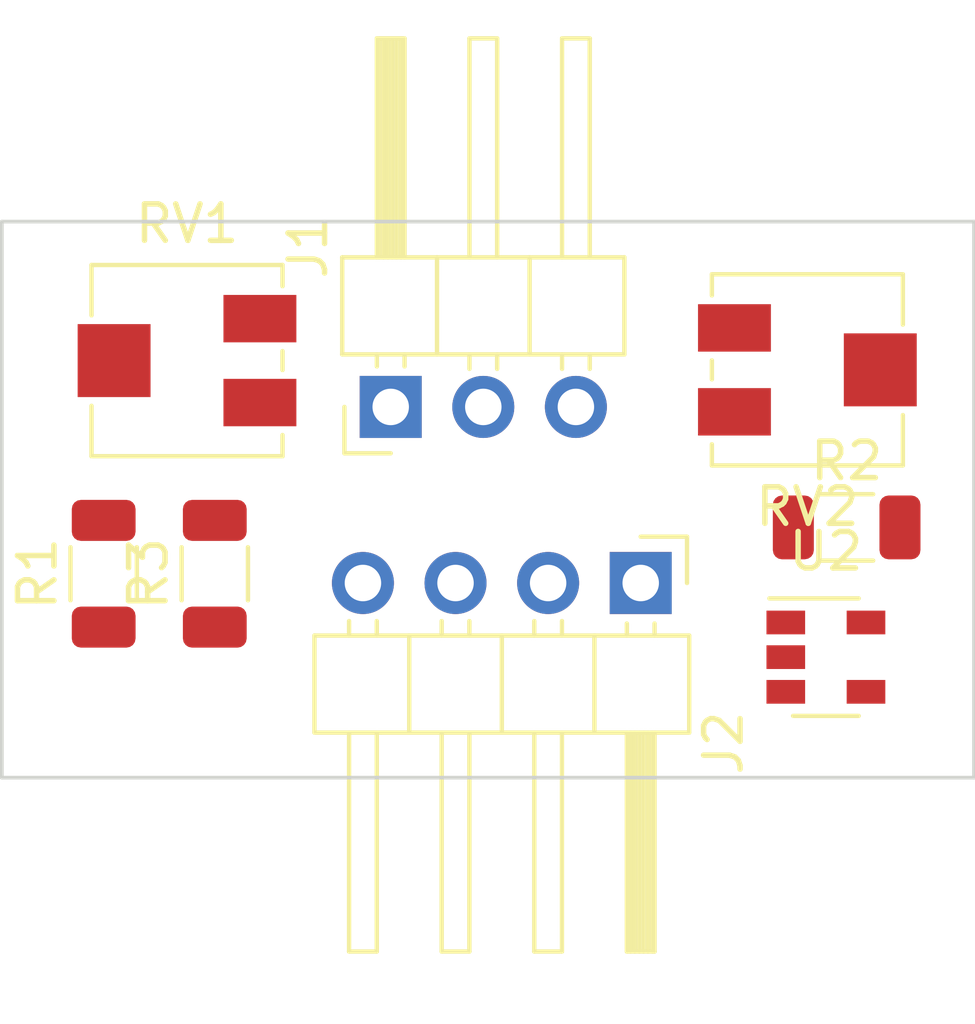
<source format=kicad_pcb>
(kicad_pcb (version 20171130) (host pcbnew "(5.1.8)-1")

  (general
    (thickness 1.6)
    (drawings 4)
    (tracks 0)
    (zones 0)
    (modules 8)
    (nets 11)
  )

  (page A4)
  (layers
    (0 F.Cu signal)
    (31 B.Cu signal)
    (32 B.Adhes user)
    (33 F.Adhes user)
    (34 B.Paste user)
    (35 F.Paste user)
    (36 B.SilkS user)
    (37 F.SilkS user)
    (38 B.Mask user)
    (39 F.Mask user)
    (40 Dwgs.User user)
    (41 Cmts.User user)
    (42 Eco1.User user)
    (43 Eco2.User user)
    (44 Edge.Cuts user)
    (45 Margin user)
    (46 B.CrtYd user)
    (47 F.CrtYd user)
    (48 B.Fab user)
    (49 F.Fab user)
  )

  (setup
    (last_trace_width 0.25)
    (trace_clearance 0.2)
    (zone_clearance 0.508)
    (zone_45_only no)
    (trace_min 0.2)
    (via_size 0.8)
    (via_drill 0.4)
    (via_min_size 0.4)
    (via_min_drill 0.3)
    (uvia_size 0.3)
    (uvia_drill 0.1)
    (uvias_allowed no)
    (uvia_min_size 0.2)
    (uvia_min_drill 0.1)
    (edge_width 0.05)
    (segment_width 0.2)
    (pcb_text_width 0.3)
    (pcb_text_size 1.5 1.5)
    (mod_edge_width 0.12)
    (mod_text_size 1 1)
    (mod_text_width 0.15)
    (pad_size 1.524 1.524)
    (pad_drill 0.762)
    (pad_to_mask_clearance 0)
    (aux_axis_origin 0 0)
    (visible_elements FFFFFF7F)
    (pcbplotparams
      (layerselection 0x010fc_ffffffff)
      (usegerberextensions false)
      (usegerberattributes true)
      (usegerberadvancedattributes true)
      (creategerberjobfile true)
      (excludeedgelayer true)
      (linewidth 0.100000)
      (plotframeref false)
      (viasonmask false)
      (mode 1)
      (useauxorigin false)
      (hpglpennumber 1)
      (hpglpenspeed 20)
      (hpglpendiameter 15.000000)
      (psnegative false)
      (psa4output false)
      (plotreference true)
      (plotvalue true)
      (plotinvisibletext false)
      (padsonsilk false)
      (subtractmaskfromsilk false)
      (outputformat 1)
      (mirror false)
      (drillshape 1)
      (scaleselection 1)
      (outputdirectory ""))
  )

  (net 0 "")
  (net 1 +3V3)
  (net 2 "Net-(J1-Pad2)")
  (net 3 "Net-(R1-Pad1)")
  (net 4 "Net-(R2-Pad1)")
  (net 5 "Net-(R3-Pad2)")
  (net 6 "Net-(RV1-Pad3)")
  (net 7 "Net-(RV2-Pad3)")
  (net 8 Ln)
  (net 9 Lp)
  (net 10 Tc)

  (net_class Default "This is the default net class."
    (clearance 0.2)
    (trace_width 0.25)
    (via_dia 0.8)
    (via_drill 0.4)
    (uvia_dia 0.3)
    (uvia_drill 0.1)
    (add_net +3V3)
    (add_net Ln)
    (add_net Lp)
    (add_net "Net-(J1-Pad2)")
    (add_net "Net-(R1-Pad1)")
    (add_net "Net-(R2-Pad1)")
    (add_net "Net-(R3-Pad2)")
    (add_net "Net-(RV1-Pad3)")
    (add_net "Net-(RV2-Pad3)")
    (add_net Tc)
  )

  (module Package_TO_SOT_SMD:SOT-23-5 (layer F.Cu) (tedit 5A02FF57) (tstamp 5FD81191)
    (at 140.716 71.628)
    (descr "5-pin SOT23 package")
    (tags SOT-23-5)
    (path /5FD5FAD1)
    (attr smd)
    (fp_text reference U2 (at 0 -2.9) (layer F.SilkS)
      (effects (font (size 1 1) (thickness 0.15)))
    )
    (fp_text value LM321 (at 0 2.9) (layer F.Fab)
      (effects (font (size 1 1) (thickness 0.15)))
    )
    (fp_text user %R (at 0 0 90) (layer F.Fab)
      (effects (font (size 0.5 0.5) (thickness 0.075)))
    )
    (fp_line (start -0.9 1.61) (end 0.9 1.61) (layer F.SilkS) (width 0.12))
    (fp_line (start 0.9 -1.61) (end -1.55 -1.61) (layer F.SilkS) (width 0.12))
    (fp_line (start -1.9 -1.8) (end 1.9 -1.8) (layer F.CrtYd) (width 0.05))
    (fp_line (start 1.9 -1.8) (end 1.9 1.8) (layer F.CrtYd) (width 0.05))
    (fp_line (start 1.9 1.8) (end -1.9 1.8) (layer F.CrtYd) (width 0.05))
    (fp_line (start -1.9 1.8) (end -1.9 -1.8) (layer F.CrtYd) (width 0.05))
    (fp_line (start -0.9 -0.9) (end -0.25 -1.55) (layer F.Fab) (width 0.1))
    (fp_line (start 0.9 -1.55) (end -0.25 -1.55) (layer F.Fab) (width 0.1))
    (fp_line (start -0.9 -0.9) (end -0.9 1.55) (layer F.Fab) (width 0.1))
    (fp_line (start 0.9 1.55) (end -0.9 1.55) (layer F.Fab) (width 0.1))
    (fp_line (start 0.9 -1.55) (end 0.9 1.55) (layer F.Fab) (width 0.1))
    (pad 5 smd rect (at 1.1 -0.95) (size 1.06 0.65) (layers F.Cu F.Paste F.Mask)
      (net 1 +3V3))
    (pad 4 smd rect (at 1.1 0.95) (size 1.06 0.65) (layers F.Cu F.Paste F.Mask)
      (net 5 "Net-(R3-Pad2)"))
    (pad 3 smd rect (at -1.1 0.95) (size 1.06 0.65) (layers F.Cu F.Paste F.Mask)
      (net 5 "Net-(R3-Pad2)"))
    (pad 2 smd rect (at -1.1 0) (size 1.06 0.65) (layers F.Cu F.Paste F.Mask)
      (net 8 Ln))
    (pad 1 smd rect (at -1.1 -0.95) (size 1.06 0.65) (layers F.Cu F.Paste F.Mask)
      (net 10 Tc))
    (model ${KISYS3DMOD}/Package_TO_SOT_SMD.3dshapes/SOT-23-5.wrl
      (at (xyz 0 0 0))
      (scale (xyz 1 1 1))
      (rotate (xyz 0 0 0))
    )
  )

  (module Potentiometer_SMD:Potentiometer_Vishay_TS53YJ_Vertical (layer F.Cu) (tedit 5A3D7171) (tstamp 5FD8117C)
    (at 140.208 63.754 180)
    (descr "Potentiometer, vertical, Vishay TS53YJ, https://www.vishay.com/docs/51008/ts53.pdf")
    (tags "Potentiometer vertical Vishay TS53YJ")
    (path /5FD5B32D)
    (attr smd)
    (fp_text reference RV2 (at 0 -3.75) (layer F.SilkS)
      (effects (font (size 1 1) (thickness 0.15)))
    )
    (fp_text value 20k (at 0 3.75) (layer F.Fab)
      (effects (font (size 1 1) (thickness 0.15)))
    )
    (fp_text user %R (at 0 -2) (layer F.Fab)
      (effects (font (size 0.68 0.68) (thickness 0.15)))
    )
    (fp_circle (center 0 0) (end 1.15 0) (layer F.Fab) (width 0.1))
    (fp_line (start -2.5 -2.5) (end -2.5 2.5) (layer F.Fab) (width 0.1))
    (fp_line (start -2.5 2.5) (end 2.5 2.5) (layer F.Fab) (width 0.1))
    (fp_line (start 2.5 2.5) (end 2.5 -2.5) (layer F.Fab) (width 0.1))
    (fp_line (start 2.5 -2.5) (end -2.5 -2.5) (layer F.Fab) (width 0.1))
    (fp_line (start -0.92 -0.058) (end -0.058 -0.058) (layer F.Fab) (width 0.1))
    (fp_line (start -0.058 -0.058) (end -0.058 -0.92) (layer F.Fab) (width 0.1))
    (fp_line (start -0.058 -0.92) (end 0.058 -0.92) (layer F.Fab) (width 0.1))
    (fp_line (start 0.058 -0.92) (end 0.058 -0.058) (layer F.Fab) (width 0.1))
    (fp_line (start 0.058 -0.058) (end 0.92 -0.058) (layer F.Fab) (width 0.1))
    (fp_line (start 0.92 -0.058) (end 0.92 0.058) (layer F.Fab) (width 0.1))
    (fp_line (start 0.92 0.058) (end 0.058 0.058) (layer F.Fab) (width 0.1))
    (fp_line (start 0.058 0.058) (end 0.058 0.92) (layer F.Fab) (width 0.1))
    (fp_line (start 0.058 0.92) (end -0.058 0.92) (layer F.Fab) (width 0.1))
    (fp_line (start -0.058 0.92) (end -0.058 0.058) (layer F.Fab) (width 0.1))
    (fp_line (start -0.058 0.058) (end -0.92 0.058) (layer F.Fab) (width 0.1))
    (fp_line (start -0.92 0.058) (end -0.92 -0.058) (layer F.Fab) (width 0.1))
    (fp_line (start -2.62 -2.62) (end 2.62 -2.62) (layer F.SilkS) (width 0.12))
    (fp_line (start -2.62 2.62) (end 2.62 2.62) (layer F.SilkS) (width 0.12))
    (fp_line (start -2.62 -2.62) (end -2.62 -1.24) (layer F.SilkS) (width 0.12))
    (fp_line (start -2.62 1.24) (end -2.62 2.62) (layer F.SilkS) (width 0.12))
    (fp_line (start 2.62 -2.62) (end 2.62 -2.039) (layer F.SilkS) (width 0.12))
    (fp_line (start 2.62 -0.26) (end 2.62 0.26) (layer F.SilkS) (width 0.12))
    (fp_line (start 2.62 2.04) (end 2.62 2.62) (layer F.SilkS) (width 0.12))
    (fp_line (start -3.25 -2.75) (end -3.25 2.75) (layer F.CrtYd) (width 0.05))
    (fp_line (start -3.25 2.75) (end 3.25 2.75) (layer F.CrtYd) (width 0.05))
    (fp_line (start 3.25 2.75) (end 3.25 -2.75) (layer F.CrtYd) (width 0.05))
    (fp_line (start 3.25 -2.75) (end -3.25 -2.75) (layer F.CrtYd) (width 0.05))
    (pad 3 smd rect (at 2 1.15 180) (size 2 1.3) (layers F.Cu F.Paste F.Mask)
      (net 7 "Net-(RV2-Pad3)"))
    (pad 2 smd rect (at -2 0 180) (size 2 2) (layers F.Cu F.Paste F.Mask)
      (net 4 "Net-(R2-Pad1)"))
    (pad 1 smd rect (at 2 -1.15 180) (size 2 1.3) (layers F.Cu F.Paste F.Mask)
      (net 1 +3V3))
    (model ${KISYS3DMOD}/Potentiometer_SMD.3dshapes/Potentiometer_Vishay_TS53YJ_Vertical.wrl
      (at (xyz 0 0 0))
      (scale (xyz 1 1 1))
      (rotate (xyz 0 0 0))
    )
  )

  (module Potentiometer_SMD:Potentiometer_Vishay_TS53YJ_Vertical (layer F.Cu) (tedit 5A3D7171) (tstamp 5FD81158)
    (at 123.19 63.5)
    (descr "Potentiometer, vertical, Vishay TS53YJ, https://www.vishay.com/docs/51008/ts53.pdf")
    (tags "Potentiometer vertical Vishay TS53YJ")
    (path /5FD580C8)
    (attr smd)
    (fp_text reference RV1 (at 0 -3.75) (layer F.SilkS)
      (effects (font (size 1 1) (thickness 0.15)))
    )
    (fp_text value 1k (at 0 3.75) (layer F.Fab)
      (effects (font (size 1 1) (thickness 0.15)))
    )
    (fp_text user %R (at 0 -2) (layer F.Fab)
      (effects (font (size 0.68 0.68) (thickness 0.15)))
    )
    (fp_circle (center 0 0) (end 1.15 0) (layer F.Fab) (width 0.1))
    (fp_line (start -2.5 -2.5) (end -2.5 2.5) (layer F.Fab) (width 0.1))
    (fp_line (start -2.5 2.5) (end 2.5 2.5) (layer F.Fab) (width 0.1))
    (fp_line (start 2.5 2.5) (end 2.5 -2.5) (layer F.Fab) (width 0.1))
    (fp_line (start 2.5 -2.5) (end -2.5 -2.5) (layer F.Fab) (width 0.1))
    (fp_line (start -0.92 -0.058) (end -0.058 -0.058) (layer F.Fab) (width 0.1))
    (fp_line (start -0.058 -0.058) (end -0.058 -0.92) (layer F.Fab) (width 0.1))
    (fp_line (start -0.058 -0.92) (end 0.058 -0.92) (layer F.Fab) (width 0.1))
    (fp_line (start 0.058 -0.92) (end 0.058 -0.058) (layer F.Fab) (width 0.1))
    (fp_line (start 0.058 -0.058) (end 0.92 -0.058) (layer F.Fab) (width 0.1))
    (fp_line (start 0.92 -0.058) (end 0.92 0.058) (layer F.Fab) (width 0.1))
    (fp_line (start 0.92 0.058) (end 0.058 0.058) (layer F.Fab) (width 0.1))
    (fp_line (start 0.058 0.058) (end 0.058 0.92) (layer F.Fab) (width 0.1))
    (fp_line (start 0.058 0.92) (end -0.058 0.92) (layer F.Fab) (width 0.1))
    (fp_line (start -0.058 0.92) (end -0.058 0.058) (layer F.Fab) (width 0.1))
    (fp_line (start -0.058 0.058) (end -0.92 0.058) (layer F.Fab) (width 0.1))
    (fp_line (start -0.92 0.058) (end -0.92 -0.058) (layer F.Fab) (width 0.1))
    (fp_line (start -2.62 -2.62) (end 2.62 -2.62) (layer F.SilkS) (width 0.12))
    (fp_line (start -2.62 2.62) (end 2.62 2.62) (layer F.SilkS) (width 0.12))
    (fp_line (start -2.62 -2.62) (end -2.62 -1.24) (layer F.SilkS) (width 0.12))
    (fp_line (start -2.62 1.24) (end -2.62 2.62) (layer F.SilkS) (width 0.12))
    (fp_line (start 2.62 -2.62) (end 2.62 -2.039) (layer F.SilkS) (width 0.12))
    (fp_line (start 2.62 -0.26) (end 2.62 0.26) (layer F.SilkS) (width 0.12))
    (fp_line (start 2.62 2.04) (end 2.62 2.62) (layer F.SilkS) (width 0.12))
    (fp_line (start -3.25 -2.75) (end -3.25 2.75) (layer F.CrtYd) (width 0.05))
    (fp_line (start -3.25 2.75) (end 3.25 2.75) (layer F.CrtYd) (width 0.05))
    (fp_line (start 3.25 2.75) (end 3.25 -2.75) (layer F.CrtYd) (width 0.05))
    (fp_line (start 3.25 -2.75) (end -3.25 -2.75) (layer F.CrtYd) (width 0.05))
    (pad 3 smd rect (at 2 1.15) (size 2 1.3) (layers F.Cu F.Paste F.Mask)
      (net 6 "Net-(RV1-Pad3)"))
    (pad 2 smd rect (at -2 0) (size 2 2) (layers F.Cu F.Paste F.Mask)
      (net 3 "Net-(R1-Pad1)"))
    (pad 1 smd rect (at 2 -1.15) (size 2 1.3) (layers F.Cu F.Paste F.Mask)
      (net 1 +3V3))
    (model ${KISYS3DMOD}/Potentiometer_SMD.3dshapes/Potentiometer_Vishay_TS53YJ_Vertical.wrl
      (at (xyz 0 0 0))
      (scale (xyz 1 1 1))
      (rotate (xyz 0 0 0))
    )
  )

  (module Resistor_SMD:R_1206_3216Metric (layer F.Cu) (tedit 5F68FEEE) (tstamp 5FD81134)
    (at 123.952 69.342 90)
    (descr "Resistor SMD 1206 (3216 Metric), square (rectangular) end terminal, IPC_7351 nominal, (Body size source: IPC-SM-782 page 72, https://www.pcb-3d.com/wordpress/wp-content/uploads/ipc-sm-782a_amendment_1_and_2.pdf), generated with kicad-footprint-generator")
    (tags resistor)
    (path /5FD64A81)
    (attr smd)
    (fp_text reference R3 (at 0 -1.82 90) (layer F.SilkS)
      (effects (font (size 1 1) (thickness 0.15)))
    )
    (fp_text value 100 (at 0 1.82 90) (layer F.Fab)
      (effects (font (size 1 1) (thickness 0.15)))
    )
    (fp_text user %R (at 0 0 90) (layer F.Fab)
      (effects (font (size 0.8 0.8) (thickness 0.12)))
    )
    (fp_line (start -1.6 0.8) (end -1.6 -0.8) (layer F.Fab) (width 0.1))
    (fp_line (start -1.6 -0.8) (end 1.6 -0.8) (layer F.Fab) (width 0.1))
    (fp_line (start 1.6 -0.8) (end 1.6 0.8) (layer F.Fab) (width 0.1))
    (fp_line (start 1.6 0.8) (end -1.6 0.8) (layer F.Fab) (width 0.1))
    (fp_line (start -0.727064 -0.91) (end 0.727064 -0.91) (layer F.SilkS) (width 0.12))
    (fp_line (start -0.727064 0.91) (end 0.727064 0.91) (layer F.SilkS) (width 0.12))
    (fp_line (start -2.28 1.12) (end -2.28 -1.12) (layer F.CrtYd) (width 0.05))
    (fp_line (start -2.28 -1.12) (end 2.28 -1.12) (layer F.CrtYd) (width 0.05))
    (fp_line (start 2.28 -1.12) (end 2.28 1.12) (layer F.CrtYd) (width 0.05))
    (fp_line (start 2.28 1.12) (end -2.28 1.12) (layer F.CrtYd) (width 0.05))
    (pad 2 smd roundrect (at 1.4625 0 90) (size 1.125 1.75) (layers F.Cu F.Paste F.Mask) (roundrect_rratio 0.222222)
      (net 5 "Net-(R3-Pad2)"))
    (pad 1 smd roundrect (at -1.4625 0 90) (size 1.125 1.75) (layers F.Cu F.Paste F.Mask) (roundrect_rratio 0.222222)
      (net 2 "Net-(J1-Pad2)"))
    (model ${KISYS3DMOD}/Resistor_SMD.3dshapes/R_1206_3216Metric.wrl
      (at (xyz 0 0 0))
      (scale (xyz 1 1 1))
      (rotate (xyz 0 0 0))
    )
  )

  (module Resistor_SMD:R_1206_3216Metric (layer F.Cu) (tedit 5F68FEEE) (tstamp 5FD81123)
    (at 141.2855 68.072)
    (descr "Resistor SMD 1206 (3216 Metric), square (rectangular) end terminal, IPC_7351 nominal, (Body size source: IPC-SM-782 page 72, https://www.pcb-3d.com/wordpress/wp-content/uploads/ipc-sm-782a_amendment_1_and_2.pdf), generated with kicad-footprint-generator")
    (tags resistor)
    (path /5FD56FA2)
    (attr smd)
    (fp_text reference R2 (at 0 -1.82) (layer F.SilkS)
      (effects (font (size 1 1) (thickness 0.15)))
    )
    (fp_text value 100 (at 0 1.82) (layer F.Fab)
      (effects (font (size 1 1) (thickness 0.15)))
    )
    (fp_text user %R (at 0 0) (layer F.Fab)
      (effects (font (size 0.8 0.8) (thickness 0.12)))
    )
    (fp_line (start -1.6 0.8) (end -1.6 -0.8) (layer F.Fab) (width 0.1))
    (fp_line (start -1.6 -0.8) (end 1.6 -0.8) (layer F.Fab) (width 0.1))
    (fp_line (start 1.6 -0.8) (end 1.6 0.8) (layer F.Fab) (width 0.1))
    (fp_line (start 1.6 0.8) (end -1.6 0.8) (layer F.Fab) (width 0.1))
    (fp_line (start -0.727064 -0.91) (end 0.727064 -0.91) (layer F.SilkS) (width 0.12))
    (fp_line (start -0.727064 0.91) (end 0.727064 0.91) (layer F.SilkS) (width 0.12))
    (fp_line (start -2.28 1.12) (end -2.28 -1.12) (layer F.CrtYd) (width 0.05))
    (fp_line (start -2.28 -1.12) (end 2.28 -1.12) (layer F.CrtYd) (width 0.05))
    (fp_line (start 2.28 -1.12) (end 2.28 1.12) (layer F.CrtYd) (width 0.05))
    (fp_line (start 2.28 1.12) (end -2.28 1.12) (layer F.CrtYd) (width 0.05))
    (pad 2 smd roundrect (at 1.4625 0) (size 1.125 1.75) (layers F.Cu F.Paste F.Mask) (roundrect_rratio 0.222222)
      (net 10 Tc))
    (pad 1 smd roundrect (at -1.4625 0) (size 1.125 1.75) (layers F.Cu F.Paste F.Mask) (roundrect_rratio 0.222222)
      (net 4 "Net-(R2-Pad1)"))
    (model ${KISYS3DMOD}/Resistor_SMD.3dshapes/R_1206_3216Metric.wrl
      (at (xyz 0 0 0))
      (scale (xyz 1 1 1))
      (rotate (xyz 0 0 0))
    )
  )

  (module Resistor_SMD:R_1206_3216Metric (layer F.Cu) (tedit 5F68FEEE) (tstamp 5FD81112)
    (at 120.904 69.342 90)
    (descr "Resistor SMD 1206 (3216 Metric), square (rectangular) end terminal, IPC_7351 nominal, (Body size source: IPC-SM-782 page 72, https://www.pcb-3d.com/wordpress/wp-content/uploads/ipc-sm-782a_amendment_1_and_2.pdf), generated with kicad-footprint-generator")
    (tags resistor)
    (path /5FD577AD)
    (attr smd)
    (fp_text reference R1 (at 0 -1.82 90) (layer F.SilkS)
      (effects (font (size 1 1) (thickness 0.15)))
    )
    (fp_text value 47 (at 0 1.82 90) (layer F.Fab)
      (effects (font (size 1 1) (thickness 0.15)))
    )
    (fp_text user %R (at 0 0 90) (layer F.Fab)
      (effects (font (size 0.8 0.8) (thickness 0.12)))
    )
    (fp_line (start -1.6 0.8) (end -1.6 -0.8) (layer F.Fab) (width 0.1))
    (fp_line (start -1.6 -0.8) (end 1.6 -0.8) (layer F.Fab) (width 0.1))
    (fp_line (start 1.6 -0.8) (end 1.6 0.8) (layer F.Fab) (width 0.1))
    (fp_line (start 1.6 0.8) (end -1.6 0.8) (layer F.Fab) (width 0.1))
    (fp_line (start -0.727064 -0.91) (end 0.727064 -0.91) (layer F.SilkS) (width 0.12))
    (fp_line (start -0.727064 0.91) (end 0.727064 0.91) (layer F.SilkS) (width 0.12))
    (fp_line (start -2.28 1.12) (end -2.28 -1.12) (layer F.CrtYd) (width 0.05))
    (fp_line (start -2.28 -1.12) (end 2.28 -1.12) (layer F.CrtYd) (width 0.05))
    (fp_line (start 2.28 -1.12) (end 2.28 1.12) (layer F.CrtYd) (width 0.05))
    (fp_line (start 2.28 1.12) (end -2.28 1.12) (layer F.CrtYd) (width 0.05))
    (pad 2 smd roundrect (at 1.4625 0 90) (size 1.125 1.75) (layers F.Cu F.Paste F.Mask) (roundrect_rratio 0.222222)
      (net 9 Lp))
    (pad 1 smd roundrect (at -1.4625 0 90) (size 1.125 1.75) (layers F.Cu F.Paste F.Mask) (roundrect_rratio 0.222222)
      (net 3 "Net-(R1-Pad1)"))
    (model ${KISYS3DMOD}/Resistor_SMD.3dshapes/R_1206_3216Metric.wrl
      (at (xyz 0 0 0))
      (scale (xyz 1 1 1))
      (rotate (xyz 0 0 0))
    )
  )

  (module Connector_PinHeader_2.54mm:PinHeader_1x04_P2.54mm_Horizontal (layer F.Cu) (tedit 59FED5CB) (tstamp 5FD81101)
    (at 135.636 69.596 270)
    (descr "Through hole angled pin header, 1x04, 2.54mm pitch, 6mm pin length, single row")
    (tags "Through hole angled pin header THT 1x04 2.54mm single row")
    (path /5FD8426A)
    (fp_text reference J2 (at 4.385 -2.27 90) (layer F.SilkS)
      (effects (font (size 1 1) (thickness 0.15)))
    )
    (fp_text value Conn_01x04_Female (at 4.385 9.89 90) (layer F.Fab)
      (effects (font (size 1 1) (thickness 0.15)))
    )
    (fp_text user %R (at 2.77 3.81) (layer F.Fab)
      (effects (font (size 1 1) (thickness 0.15)))
    )
    (fp_line (start 2.135 -1.27) (end 4.04 -1.27) (layer F.Fab) (width 0.1))
    (fp_line (start 4.04 -1.27) (end 4.04 8.89) (layer F.Fab) (width 0.1))
    (fp_line (start 4.04 8.89) (end 1.5 8.89) (layer F.Fab) (width 0.1))
    (fp_line (start 1.5 8.89) (end 1.5 -0.635) (layer F.Fab) (width 0.1))
    (fp_line (start 1.5 -0.635) (end 2.135 -1.27) (layer F.Fab) (width 0.1))
    (fp_line (start -0.32 -0.32) (end 1.5 -0.32) (layer F.Fab) (width 0.1))
    (fp_line (start -0.32 -0.32) (end -0.32 0.32) (layer F.Fab) (width 0.1))
    (fp_line (start -0.32 0.32) (end 1.5 0.32) (layer F.Fab) (width 0.1))
    (fp_line (start 4.04 -0.32) (end 10.04 -0.32) (layer F.Fab) (width 0.1))
    (fp_line (start 10.04 -0.32) (end 10.04 0.32) (layer F.Fab) (width 0.1))
    (fp_line (start 4.04 0.32) (end 10.04 0.32) (layer F.Fab) (width 0.1))
    (fp_line (start -0.32 2.22) (end 1.5 2.22) (layer F.Fab) (width 0.1))
    (fp_line (start -0.32 2.22) (end -0.32 2.86) (layer F.Fab) (width 0.1))
    (fp_line (start -0.32 2.86) (end 1.5 2.86) (layer F.Fab) (width 0.1))
    (fp_line (start 4.04 2.22) (end 10.04 2.22) (layer F.Fab) (width 0.1))
    (fp_line (start 10.04 2.22) (end 10.04 2.86) (layer F.Fab) (width 0.1))
    (fp_line (start 4.04 2.86) (end 10.04 2.86) (layer F.Fab) (width 0.1))
    (fp_line (start -0.32 4.76) (end 1.5 4.76) (layer F.Fab) (width 0.1))
    (fp_line (start -0.32 4.76) (end -0.32 5.4) (layer F.Fab) (width 0.1))
    (fp_line (start -0.32 5.4) (end 1.5 5.4) (layer F.Fab) (width 0.1))
    (fp_line (start 4.04 4.76) (end 10.04 4.76) (layer F.Fab) (width 0.1))
    (fp_line (start 10.04 4.76) (end 10.04 5.4) (layer F.Fab) (width 0.1))
    (fp_line (start 4.04 5.4) (end 10.04 5.4) (layer F.Fab) (width 0.1))
    (fp_line (start -0.32 7.3) (end 1.5 7.3) (layer F.Fab) (width 0.1))
    (fp_line (start -0.32 7.3) (end -0.32 7.94) (layer F.Fab) (width 0.1))
    (fp_line (start -0.32 7.94) (end 1.5 7.94) (layer F.Fab) (width 0.1))
    (fp_line (start 4.04 7.3) (end 10.04 7.3) (layer F.Fab) (width 0.1))
    (fp_line (start 10.04 7.3) (end 10.04 7.94) (layer F.Fab) (width 0.1))
    (fp_line (start 4.04 7.94) (end 10.04 7.94) (layer F.Fab) (width 0.1))
    (fp_line (start 1.44 -1.33) (end 1.44 8.95) (layer F.SilkS) (width 0.12))
    (fp_line (start 1.44 8.95) (end 4.1 8.95) (layer F.SilkS) (width 0.12))
    (fp_line (start 4.1 8.95) (end 4.1 -1.33) (layer F.SilkS) (width 0.12))
    (fp_line (start 4.1 -1.33) (end 1.44 -1.33) (layer F.SilkS) (width 0.12))
    (fp_line (start 4.1 -0.38) (end 10.1 -0.38) (layer F.SilkS) (width 0.12))
    (fp_line (start 10.1 -0.38) (end 10.1 0.38) (layer F.SilkS) (width 0.12))
    (fp_line (start 10.1 0.38) (end 4.1 0.38) (layer F.SilkS) (width 0.12))
    (fp_line (start 4.1 -0.32) (end 10.1 -0.32) (layer F.SilkS) (width 0.12))
    (fp_line (start 4.1 -0.2) (end 10.1 -0.2) (layer F.SilkS) (width 0.12))
    (fp_line (start 4.1 -0.08) (end 10.1 -0.08) (layer F.SilkS) (width 0.12))
    (fp_line (start 4.1 0.04) (end 10.1 0.04) (layer F.SilkS) (width 0.12))
    (fp_line (start 4.1 0.16) (end 10.1 0.16) (layer F.SilkS) (width 0.12))
    (fp_line (start 4.1 0.28) (end 10.1 0.28) (layer F.SilkS) (width 0.12))
    (fp_line (start 1.11 -0.38) (end 1.44 -0.38) (layer F.SilkS) (width 0.12))
    (fp_line (start 1.11 0.38) (end 1.44 0.38) (layer F.SilkS) (width 0.12))
    (fp_line (start 1.44 1.27) (end 4.1 1.27) (layer F.SilkS) (width 0.12))
    (fp_line (start 4.1 2.16) (end 10.1 2.16) (layer F.SilkS) (width 0.12))
    (fp_line (start 10.1 2.16) (end 10.1 2.92) (layer F.SilkS) (width 0.12))
    (fp_line (start 10.1 2.92) (end 4.1 2.92) (layer F.SilkS) (width 0.12))
    (fp_line (start 1.042929 2.16) (end 1.44 2.16) (layer F.SilkS) (width 0.12))
    (fp_line (start 1.042929 2.92) (end 1.44 2.92) (layer F.SilkS) (width 0.12))
    (fp_line (start 1.44 3.81) (end 4.1 3.81) (layer F.SilkS) (width 0.12))
    (fp_line (start 4.1 4.7) (end 10.1 4.7) (layer F.SilkS) (width 0.12))
    (fp_line (start 10.1 4.7) (end 10.1 5.46) (layer F.SilkS) (width 0.12))
    (fp_line (start 10.1 5.46) (end 4.1 5.46) (layer F.SilkS) (width 0.12))
    (fp_line (start 1.042929 4.7) (end 1.44 4.7) (layer F.SilkS) (width 0.12))
    (fp_line (start 1.042929 5.46) (end 1.44 5.46) (layer F.SilkS) (width 0.12))
    (fp_line (start 1.44 6.35) (end 4.1 6.35) (layer F.SilkS) (width 0.12))
    (fp_line (start 4.1 7.24) (end 10.1 7.24) (layer F.SilkS) (width 0.12))
    (fp_line (start 10.1 7.24) (end 10.1 8) (layer F.SilkS) (width 0.12))
    (fp_line (start 10.1 8) (end 4.1 8) (layer F.SilkS) (width 0.12))
    (fp_line (start 1.042929 7.24) (end 1.44 7.24) (layer F.SilkS) (width 0.12))
    (fp_line (start 1.042929 8) (end 1.44 8) (layer F.SilkS) (width 0.12))
    (fp_line (start -1.27 0) (end -1.27 -1.27) (layer F.SilkS) (width 0.12))
    (fp_line (start -1.27 -1.27) (end 0 -1.27) (layer F.SilkS) (width 0.12))
    (fp_line (start -1.8 -1.8) (end -1.8 9.4) (layer F.CrtYd) (width 0.05))
    (fp_line (start -1.8 9.4) (end 10.55 9.4) (layer F.CrtYd) (width 0.05))
    (fp_line (start 10.55 9.4) (end 10.55 -1.8) (layer F.CrtYd) (width 0.05))
    (fp_line (start 10.55 -1.8) (end -1.8 -1.8) (layer F.CrtYd) (width 0.05))
    (pad 4 thru_hole oval (at 0 7.62 270) (size 1.7 1.7) (drill 1) (layers *.Cu *.Mask)
      (net 8 Ln))
    (pad 3 thru_hole oval (at 0 5.08 270) (size 1.7 1.7) (drill 1) (layers *.Cu *.Mask)
      (net 10 Tc))
    (pad 2 thru_hole oval (at 0 2.54 270) (size 1.7 1.7) (drill 1) (layers *.Cu *.Mask)
      (net 8 Ln))
    (pad 1 thru_hole rect (at 0 0 270) (size 1.7 1.7) (drill 1) (layers *.Cu *.Mask)
      (net 9 Lp))
    (model ${KISYS3DMOD}/Connector_PinHeader_2.54mm.3dshapes/PinHeader_1x04_P2.54mm_Horizontal.wrl
      (at (xyz 0 0 0))
      (scale (xyz 1 1 1))
      (rotate (xyz 0 0 0))
    )
  )

  (module Connector_PinHeader_2.54mm:PinHeader_1x03_P2.54mm_Horizontal (layer F.Cu) (tedit 59FED5CB) (tstamp 5FD810B4)
    (at 128.778 64.77 90)
    (descr "Through hole angled pin header, 1x03, 2.54mm pitch, 6mm pin length, single row")
    (tags "Through hole angled pin header THT 1x03 2.54mm single row")
    (path /5FD5C176)
    (fp_text reference J1 (at 4.385 -2.27 90) (layer F.SilkS)
      (effects (font (size 1 1) (thickness 0.15)))
    )
    (fp_text value Conn_01x03_Male (at 4.385 7.35 90) (layer F.Fab)
      (effects (font (size 1 1) (thickness 0.15)))
    )
    (fp_text user %R (at 2.77 2.54) (layer F.Fab)
      (effects (font (size 1 1) (thickness 0.15)))
    )
    (fp_line (start 2.135 -1.27) (end 4.04 -1.27) (layer F.Fab) (width 0.1))
    (fp_line (start 4.04 -1.27) (end 4.04 6.35) (layer F.Fab) (width 0.1))
    (fp_line (start 4.04 6.35) (end 1.5 6.35) (layer F.Fab) (width 0.1))
    (fp_line (start 1.5 6.35) (end 1.5 -0.635) (layer F.Fab) (width 0.1))
    (fp_line (start 1.5 -0.635) (end 2.135 -1.27) (layer F.Fab) (width 0.1))
    (fp_line (start -0.32 -0.32) (end 1.5 -0.32) (layer F.Fab) (width 0.1))
    (fp_line (start -0.32 -0.32) (end -0.32 0.32) (layer F.Fab) (width 0.1))
    (fp_line (start -0.32 0.32) (end 1.5 0.32) (layer F.Fab) (width 0.1))
    (fp_line (start 4.04 -0.32) (end 10.04 -0.32) (layer F.Fab) (width 0.1))
    (fp_line (start 10.04 -0.32) (end 10.04 0.32) (layer F.Fab) (width 0.1))
    (fp_line (start 4.04 0.32) (end 10.04 0.32) (layer F.Fab) (width 0.1))
    (fp_line (start -0.32 2.22) (end 1.5 2.22) (layer F.Fab) (width 0.1))
    (fp_line (start -0.32 2.22) (end -0.32 2.86) (layer F.Fab) (width 0.1))
    (fp_line (start -0.32 2.86) (end 1.5 2.86) (layer F.Fab) (width 0.1))
    (fp_line (start 4.04 2.22) (end 10.04 2.22) (layer F.Fab) (width 0.1))
    (fp_line (start 10.04 2.22) (end 10.04 2.86) (layer F.Fab) (width 0.1))
    (fp_line (start 4.04 2.86) (end 10.04 2.86) (layer F.Fab) (width 0.1))
    (fp_line (start -0.32 4.76) (end 1.5 4.76) (layer F.Fab) (width 0.1))
    (fp_line (start -0.32 4.76) (end -0.32 5.4) (layer F.Fab) (width 0.1))
    (fp_line (start -0.32 5.4) (end 1.5 5.4) (layer F.Fab) (width 0.1))
    (fp_line (start 4.04 4.76) (end 10.04 4.76) (layer F.Fab) (width 0.1))
    (fp_line (start 10.04 4.76) (end 10.04 5.4) (layer F.Fab) (width 0.1))
    (fp_line (start 4.04 5.4) (end 10.04 5.4) (layer F.Fab) (width 0.1))
    (fp_line (start 1.44 -1.33) (end 1.44 6.41) (layer F.SilkS) (width 0.12))
    (fp_line (start 1.44 6.41) (end 4.1 6.41) (layer F.SilkS) (width 0.12))
    (fp_line (start 4.1 6.41) (end 4.1 -1.33) (layer F.SilkS) (width 0.12))
    (fp_line (start 4.1 -1.33) (end 1.44 -1.33) (layer F.SilkS) (width 0.12))
    (fp_line (start 4.1 -0.38) (end 10.1 -0.38) (layer F.SilkS) (width 0.12))
    (fp_line (start 10.1 -0.38) (end 10.1 0.38) (layer F.SilkS) (width 0.12))
    (fp_line (start 10.1 0.38) (end 4.1 0.38) (layer F.SilkS) (width 0.12))
    (fp_line (start 4.1 -0.32) (end 10.1 -0.32) (layer F.SilkS) (width 0.12))
    (fp_line (start 4.1 -0.2) (end 10.1 -0.2) (layer F.SilkS) (width 0.12))
    (fp_line (start 4.1 -0.08) (end 10.1 -0.08) (layer F.SilkS) (width 0.12))
    (fp_line (start 4.1 0.04) (end 10.1 0.04) (layer F.SilkS) (width 0.12))
    (fp_line (start 4.1 0.16) (end 10.1 0.16) (layer F.SilkS) (width 0.12))
    (fp_line (start 4.1 0.28) (end 10.1 0.28) (layer F.SilkS) (width 0.12))
    (fp_line (start 1.11 -0.38) (end 1.44 -0.38) (layer F.SilkS) (width 0.12))
    (fp_line (start 1.11 0.38) (end 1.44 0.38) (layer F.SilkS) (width 0.12))
    (fp_line (start 1.44 1.27) (end 4.1 1.27) (layer F.SilkS) (width 0.12))
    (fp_line (start 4.1 2.16) (end 10.1 2.16) (layer F.SilkS) (width 0.12))
    (fp_line (start 10.1 2.16) (end 10.1 2.92) (layer F.SilkS) (width 0.12))
    (fp_line (start 10.1 2.92) (end 4.1 2.92) (layer F.SilkS) (width 0.12))
    (fp_line (start 1.042929 2.16) (end 1.44 2.16) (layer F.SilkS) (width 0.12))
    (fp_line (start 1.042929 2.92) (end 1.44 2.92) (layer F.SilkS) (width 0.12))
    (fp_line (start 1.44 3.81) (end 4.1 3.81) (layer F.SilkS) (width 0.12))
    (fp_line (start 4.1 4.7) (end 10.1 4.7) (layer F.SilkS) (width 0.12))
    (fp_line (start 10.1 4.7) (end 10.1 5.46) (layer F.SilkS) (width 0.12))
    (fp_line (start 10.1 5.46) (end 4.1 5.46) (layer F.SilkS) (width 0.12))
    (fp_line (start 1.042929 4.7) (end 1.44 4.7) (layer F.SilkS) (width 0.12))
    (fp_line (start 1.042929 5.46) (end 1.44 5.46) (layer F.SilkS) (width 0.12))
    (fp_line (start -1.27 0) (end -1.27 -1.27) (layer F.SilkS) (width 0.12))
    (fp_line (start -1.27 -1.27) (end 0 -1.27) (layer F.SilkS) (width 0.12))
    (fp_line (start -1.8 -1.8) (end -1.8 6.85) (layer F.CrtYd) (width 0.05))
    (fp_line (start -1.8 6.85) (end 10.55 6.85) (layer F.CrtYd) (width 0.05))
    (fp_line (start 10.55 6.85) (end 10.55 -1.8) (layer F.CrtYd) (width 0.05))
    (fp_line (start 10.55 -1.8) (end -1.8 -1.8) (layer F.CrtYd) (width 0.05))
    (pad 3 thru_hole oval (at 0 5.08 90) (size 1.7 1.7) (drill 1) (layers *.Cu *.Mask)
      (net 1 +3V3))
    (pad 2 thru_hole oval (at 0 2.54 90) (size 1.7 1.7) (drill 1) (layers *.Cu *.Mask)
      (net 2 "Net-(J1-Pad2)"))
    (pad 1 thru_hole rect (at 0 0 90) (size 1.7 1.7) (drill 1) (layers *.Cu *.Mask)
      (net 8 Ln))
    (model ${KISYS3DMOD}/Connector_PinHeader_2.54mm.3dshapes/PinHeader_1x03_P2.54mm_Horizontal.wrl
      (at (xyz 0 0 0))
      (scale (xyz 1 1 1))
      (rotate (xyz 0 0 0))
    )
  )

  (gr_line (start 144.78 59.69) (end 144.78 74.93) (layer Edge.Cuts) (width 0.1))
  (gr_line (start 118.11 59.69) (end 144.78 59.69) (layer Edge.Cuts) (width 0.1))
  (gr_line (start 118.11 74.93) (end 118.11 59.69) (layer Edge.Cuts) (width 0.1))
  (gr_line (start 144.78 74.93) (end 118.11 74.93) (layer Edge.Cuts) (width 0.1))

)

</source>
